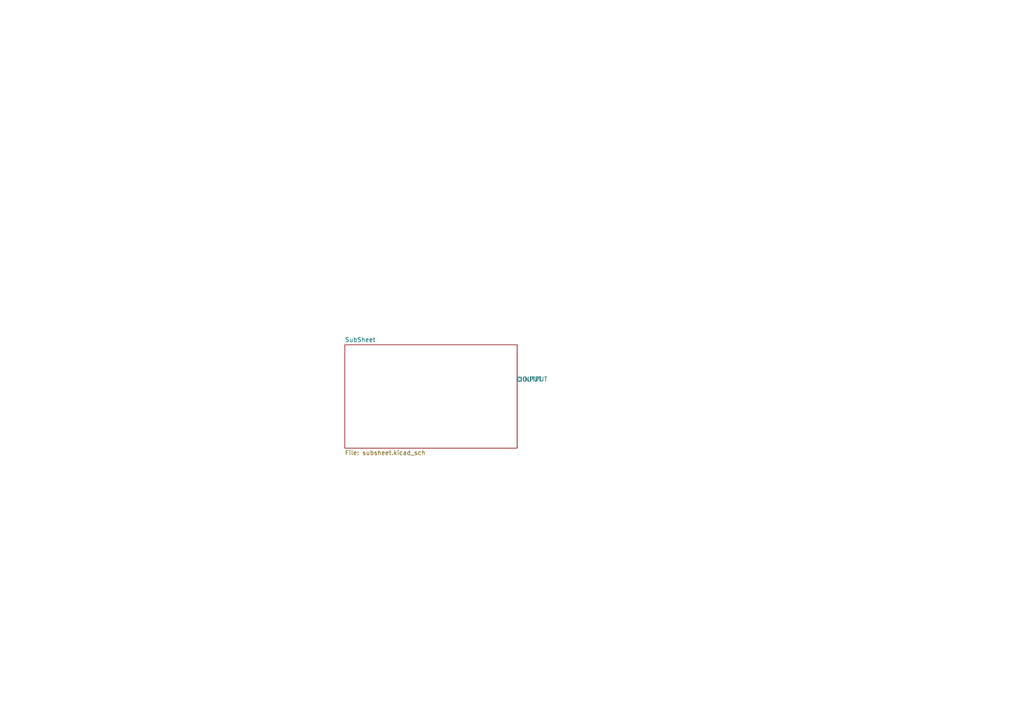
<source format=kicad_sch>
(kicad_sch
	(version 20250114)
	(generator "eeschema")
	(generator_version "9.0")
	(uuid "b1ec0f9d-48e6-4d99-be5d-b46effd578a7")
	(paper "A4")
	(title_block
		(title "Sheet Pins Reference")
	)
	(lib_symbols)
	(sheet
		(at 100 100)
		(size 50 30)
		(exclude_from_sim no)
		(in_bom yes)
		(on_board yes)
		(dnp no)
		(fields_autoplaced yes)
		(stroke
			(width 0.1524)
			(type solid)
		)
		(fill
			(color 0 0 0 0.0000)
		)
		(uuid "3b72d469-13aa-4132-8b68-cb1219a5cd8f")
		(property "Sheetname" "SubSheet"
			(at 100 99.2884 0)
			(effects
				(font
					(size 1.27 1.27)
				)
				(justify left bottom)
			)
		)
		(property "Sheetfile" "subsheet.kicad_sch"
			(at 100 130.5846 0)
			(effects
				(font
					(size 1.27 1.27)
				)
				(justify left top)
			)
		)
		(pin "INPUT" input
			(at 100 110 0)
			(uuid "fd7a7c23-393d-41f7-ae05-73a3ff81bf19")
			(effects
				(font
					(size 1.27 1.27)
				)
				(justify left)
			)
		)
		(pin "OUTPUT" output
			(at 150 110 0)
			(uuid "48a993b4-39db-4a58-9538-19b29c22bf48")
			(effects
				(font
					(size 1.27 1.27)
				)
				(justify left)
			)
		)
		(instances
			(project None
				(path "/b1ec0f9d-48e6-4d99-be5d-b46effd578a7"
					(page "2")
				)
			)
		)
	)
	(sheet_instances
		(path "/"
			(page "1")
		)
	)
	(embedded_fonts no)
)

</source>
